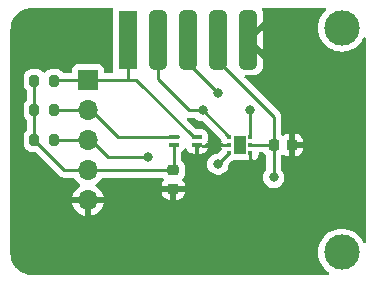
<source format=gbr>
%TF.GenerationSoftware,KiCad,Pcbnew,7.0.2*%
%TF.CreationDate,2023-08-24T13:24:29+02:00*%
%TF.ProjectId,LightSensor,4c696768-7453-4656-9e73-6f722e6b6963,rev?*%
%TF.SameCoordinates,Original*%
%TF.FileFunction,Copper,L1,Top*%
%TF.FilePolarity,Positive*%
%FSLAX46Y46*%
G04 Gerber Fmt 4.6, Leading zero omitted, Abs format (unit mm)*
G04 Created by KiCad (PCBNEW 7.0.2) date 2023-08-24 13:24:29*
%MOMM*%
%LPD*%
G01*
G04 APERTURE LIST*
G04 Aperture macros list*
%AMRoundRect*
0 Rectangle with rounded corners*
0 $1 Rounding radius*
0 $2 $3 $4 $5 $6 $7 $8 $9 X,Y pos of 4 corners*
0 Add a 4 corners polygon primitive as box body*
4,1,4,$2,$3,$4,$5,$6,$7,$8,$9,$2,$3,0*
0 Add four circle primitives for the rounded corners*
1,1,$1+$1,$2,$3*
1,1,$1+$1,$4,$5*
1,1,$1+$1,$6,$7*
1,1,$1+$1,$8,$9*
0 Add four rect primitives between the rounded corners*
20,1,$1+$1,$2,$3,$4,$5,0*
20,1,$1+$1,$4,$5,$6,$7,0*
20,1,$1+$1,$6,$7,$8,$9,0*
20,1,$1+$1,$8,$9,$2,$3,0*%
G04 Aperture macros list end*
%TA.AperFunction,SMDPad,CuDef*%
%ADD10RoundRect,0.381000X0.381000X-2.119000X0.381000X2.119000X-0.381000X2.119000X-0.381000X-2.119000X0*%
%TD*%
%TA.AperFunction,SMDPad,CuDef*%
%ADD11R,1.524000X5.000000*%
%TD*%
%TA.AperFunction,ComponentPad*%
%ADD12R,1.700000X1.700000*%
%TD*%
%TA.AperFunction,ComponentPad*%
%ADD13O,1.700000X1.700000*%
%TD*%
%TA.AperFunction,SMDPad,CuDef*%
%ADD14RoundRect,0.093750X-0.093750X-0.106250X0.093750X-0.106250X0.093750X0.106250X-0.093750X0.106250X0*%
%TD*%
%TA.AperFunction,SMDPad,CuDef*%
%ADD15R,1.000000X1.600000*%
%TD*%
%TA.AperFunction,SMDPad,CuDef*%
%ADD16RoundRect,0.200000X-0.200000X-0.275000X0.200000X-0.275000X0.200000X0.275000X-0.200000X0.275000X0*%
%TD*%
%TA.AperFunction,SMDPad,CuDef*%
%ADD17O,0.900000X0.392000*%
%TD*%
%TA.AperFunction,SMDPad,CuDef*%
%ADD18O,1.000000X0.392000*%
%TD*%
%TA.AperFunction,SMDPad,CuDef*%
%ADD19RoundRect,0.225000X0.225000X0.250000X-0.225000X0.250000X-0.225000X-0.250000X0.225000X-0.250000X0*%
%TD*%
%TA.AperFunction,SMDPad,CuDef*%
%ADD20RoundRect,0.225000X0.250000X-0.225000X0.250000X0.225000X-0.250000X0.225000X-0.250000X-0.225000X0*%
%TD*%
%TA.AperFunction,ViaPad*%
%ADD21C,0.800000*%
%TD*%
%TA.AperFunction,ViaPad*%
%ADD22C,3.000000*%
%TD*%
%TA.AperFunction,Conductor*%
%ADD23C,0.250000*%
%TD*%
G04 APERTURE END LIST*
D10*
%TO.P,J2,5,Pin_5*%
%TO.N,GND*%
X227080000Y-104600000D03*
%TO.P,J2,4,Pin_4*%
%TO.N,/+3.3V*%
X224540000Y-104600000D03*
%TO.P,J2,3,Pin_3*%
%TO.N,/ALERT*%
X222000000Y-104600000D03*
%TO.P,J2,2,Pin_2*%
%TO.N,/SCL*%
X219460000Y-104600000D03*
D11*
%TO.P,J2,1,Pin_1*%
%TO.N,/SDA*%
X216920000Y-104600000D03*
%TD*%
D12*
%TO.P,J1,1,Pin_1*%
%TO.N,/SDA*%
X213500000Y-108020000D03*
D13*
%TO.P,J1,2,Pin_2*%
%TO.N,/SCL*%
X213500000Y-110560000D03*
%TO.P,J1,3,Pin_3*%
%TO.N,/ALERT*%
X213500000Y-113100000D03*
%TO.P,J1,4,Pin_4*%
%TO.N,/+3.3V*%
X213500000Y-115640000D03*
%TO.P,J1,5,Pin_5*%
%TO.N,GND*%
X213500000Y-118180000D03*
%TD*%
D14*
%TO.P,U2,1,SCL*%
%TO.N,/SCL*%
X225491089Y-112857484D03*
%TO.P,U2,2,GND*%
%TO.N,GND*%
X225491089Y-113507484D03*
%TO.P,U2,3,ALERT*%
%TO.N,/ALERT*%
X225491089Y-114157484D03*
%TO.P,U2,4,ADD0*%
%TO.N,GND*%
X227266089Y-114157484D03*
%TO.P,U2,5,V+*%
%TO.N,/+3.3V*%
X227266089Y-113507484D03*
%TO.P,U2,6,SDA*%
%TO.N,/SDA*%
X227266089Y-112857484D03*
D15*
%TO.P,U2,7*%
%TO.N,N/C*%
X226378589Y-113507484D03*
%TD*%
D16*
%TO.P,R1,1*%
%TO.N,/+3.3V*%
X208975000Y-113100000D03*
%TO.P,R1,2*%
%TO.N,/ALERT*%
X210625000Y-113100000D03*
%TD*%
D17*
%TO.P,U1,1,GND*%
%TO.N,GND*%
X222754377Y-113549163D03*
%TO.P,U1,2,SDA*%
%TO.N,/SDA*%
X222754377Y-112849163D03*
D18*
%TO.P,U1,3,SCL*%
%TO.N,/SCL*%
X220813377Y-112849163D03*
D17*
%TO.P,U1,4,VDD*%
%TO.N,/+3.3V*%
X220763377Y-113549163D03*
%TD*%
D19*
%TO.P,C2,1*%
%TO.N,GND*%
X230790872Y-113508101D03*
%TO.P,C2,2*%
%TO.N,/+3.3V*%
X229240872Y-113508101D03*
%TD*%
D16*
%TO.P,R2,1*%
%TO.N,/+3.3V*%
X208975220Y-110567066D03*
%TO.P,R2,2*%
%TO.N,/SCL*%
X210625220Y-110567066D03*
%TD*%
D20*
%TO.P,C1,1*%
%TO.N,GND*%
X220731490Y-117215187D03*
%TO.P,C1,2*%
%TO.N,/+3.3V*%
X220731490Y-115665187D03*
%TD*%
D16*
%TO.P,R3,1*%
%TO.N,/+3.3V*%
X208975000Y-108072421D03*
%TO.P,R3,2*%
%TO.N,/SDA*%
X210625000Y-108072421D03*
%TD*%
D21*
%TO.N,/ALERT*%
X224500000Y-109100000D03*
D22*
%TO.N,*%
X235000000Y-122600000D03*
X235000000Y-103600000D03*
D21*
%TO.N,GND*%
X224250000Y-113500000D03*
X227266089Y-115466483D03*
%TO.N,/+3.3V*%
X229238530Y-116257066D03*
%TO.N,/SCL*%
X223213465Y-110586595D03*
%TO.N,/SDA*%
X227266089Y-110579689D03*
%TO.N,/ALERT*%
X218600000Y-114500000D03*
X224512669Y-115140087D03*
%TD*%
D23*
%TO.N,/ALERT*%
X222000000Y-106600000D02*
X222000000Y-104600000D01*
X224500000Y-109100000D02*
X222000000Y-106600000D01*
%TO.N,/SCL*%
X222086595Y-110586595D02*
X223213465Y-110586595D01*
X219460000Y-107960000D02*
X222086595Y-110586595D01*
X219460000Y-104600000D02*
X219460000Y-107960000D01*
%TO.N,/SDA*%
X217620000Y-108020000D02*
X216924892Y-108020000D01*
X222754377Y-112849163D02*
X222449163Y-112849163D01*
X222449163Y-112849163D02*
X217620000Y-108020000D01*
X216920000Y-106338000D02*
X216924892Y-106342892D01*
X216924892Y-106342892D02*
X216924892Y-108020000D01*
X216924892Y-108020000D02*
X213800000Y-108020000D01*
X216920000Y-104600000D02*
X216920000Y-106338000D01*
%TO.N,/+3.3V*%
X224540000Y-106440000D02*
X224540000Y-104600000D01*
X229240872Y-111140872D02*
X224540000Y-106440000D01*
X229240872Y-113508101D02*
X229240872Y-111140872D01*
%TO.N,GND*%
X227266089Y-115466483D02*
X227266089Y-114157484D01*
X225483605Y-113500000D02*
X225491089Y-113507484D01*
X224250000Y-113500000D02*
X225483605Y-113500000D01*
%TO.N,/+3.3V*%
X229240255Y-113507484D02*
X229240872Y-113508101D01*
X220763377Y-113549163D02*
X220763377Y-115622783D01*
X229238530Y-113510443D02*
X229240872Y-113508101D01*
X208975000Y-108040305D02*
X208975000Y-113100000D01*
X227266089Y-113507484D02*
X229240255Y-113507484D01*
X220746160Y-115640000D02*
X213800000Y-115640000D01*
X211515000Y-115640000D02*
X208975000Y-113100000D01*
X213800000Y-115640000D02*
X211515000Y-115640000D01*
X229238530Y-116257066D02*
X229238530Y-113510443D01*
%TO.N,/SCL*%
X225491089Y-112857484D02*
X225484354Y-112857484D01*
X220813377Y-112849163D02*
X216089163Y-112849163D01*
X225484354Y-112857484D02*
X223213465Y-110586595D01*
X210632286Y-110560000D02*
X213800000Y-110560000D01*
X210625220Y-110567066D02*
X210632286Y-110560000D01*
X216089163Y-112849163D02*
X213800000Y-110560000D01*
X221063572Y-112849163D02*
X218593783Y-112849163D01*
%TO.N,/SDA*%
X210625000Y-108072421D02*
X210637421Y-108060000D01*
X210645305Y-108020000D02*
X213800000Y-108020000D01*
X227266089Y-110579689D02*
X227266089Y-112857484D01*
X210625000Y-108040305D02*
X210645305Y-108020000D01*
%TO.N,/ALERT*%
X225491089Y-114161667D02*
X225491089Y-114157484D01*
X215200000Y-114500000D02*
X213800000Y-113100000D01*
X210625000Y-113100000D02*
X213800000Y-113100000D01*
X218600000Y-114500000D02*
X215200000Y-114500000D01*
X224512669Y-115140087D02*
X225491089Y-114161667D01*
%TD*%
%TA.AperFunction,Conductor*%
%TO.N,GND*%
G36*
X215602795Y-101920185D02*
G01*
X215648550Y-101972989D01*
X215659045Y-102037752D01*
X215657500Y-102052127D01*
X215657500Y-102055448D01*
X215657500Y-102055449D01*
X215657500Y-107144560D01*
X215657500Y-107144578D01*
X215657501Y-107147872D01*
X215657853Y-107151152D01*
X215657854Y-107151159D01*
X215663909Y-107207484D01*
X215671250Y-107227165D01*
X215676235Y-107296857D01*
X215642751Y-107358180D01*
X215581428Y-107391666D01*
X215555069Y-107394500D01*
X214974499Y-107394500D01*
X214907460Y-107374815D01*
X214861705Y-107322011D01*
X214850499Y-107270500D01*
X214850499Y-107125439D01*
X214850499Y-107125438D01*
X214850499Y-107122128D01*
X214844091Y-107062517D01*
X214793796Y-106927669D01*
X214707546Y-106812454D01*
X214592331Y-106726204D01*
X214457483Y-106675909D01*
X214397873Y-106669500D01*
X214394550Y-106669500D01*
X212605439Y-106669500D01*
X212605420Y-106669500D01*
X212602128Y-106669501D01*
X212598848Y-106669853D01*
X212598840Y-106669854D01*
X212542515Y-106675909D01*
X212407669Y-106726204D01*
X212292454Y-106812454D01*
X212206204Y-106927668D01*
X212155909Y-107062516D01*
X212151521Y-107103334D01*
X212149500Y-107122127D01*
X212149500Y-107125449D01*
X212149500Y-107270500D01*
X212129815Y-107337539D01*
X212077011Y-107383294D01*
X212025500Y-107394500D01*
X211464099Y-107394500D01*
X211397060Y-107374815D01*
X211376418Y-107358181D01*
X211260186Y-107241949D01*
X211172179Y-107188747D01*
X211114606Y-107153943D01*
X210952196Y-107103335D01*
X210952193Y-107103334D01*
X210884424Y-107097176D01*
X210884420Y-107097175D01*
X210881616Y-107096921D01*
X210368384Y-107096921D01*
X210365580Y-107097175D01*
X210365575Y-107097176D01*
X210297806Y-107103334D01*
X210237497Y-107122127D01*
X210135394Y-107153943D01*
X210135392Y-107153943D01*
X210135392Y-107153944D01*
X209989813Y-107241949D01*
X209887681Y-107344082D01*
X209826358Y-107377567D01*
X209756666Y-107372583D01*
X209712319Y-107344082D01*
X209610186Y-107241949D01*
X209522179Y-107188747D01*
X209464606Y-107153943D01*
X209302196Y-107103335D01*
X209302193Y-107103334D01*
X209234424Y-107097176D01*
X209234420Y-107097175D01*
X209231616Y-107096921D01*
X208718384Y-107096921D01*
X208715580Y-107097175D01*
X208715575Y-107097176D01*
X208647806Y-107103334D01*
X208587497Y-107122127D01*
X208485394Y-107153943D01*
X208485392Y-107153943D01*
X208485392Y-107153944D01*
X208339813Y-107241949D01*
X208219528Y-107362234D01*
X208156730Y-107466116D01*
X208131522Y-107507815D01*
X208119149Y-107547522D01*
X208080913Y-107670227D01*
X208074755Y-107737996D01*
X208074500Y-107740805D01*
X208074500Y-108404037D01*
X208074754Y-108406841D01*
X208074755Y-108406845D01*
X208080913Y-108474614D01*
X208080914Y-108474617D01*
X208131522Y-108637027D01*
X208219528Y-108782606D01*
X208313182Y-108876260D01*
X208346666Y-108937581D01*
X208349500Y-108963940D01*
X208349500Y-109675766D01*
X208329815Y-109742805D01*
X208313181Y-109763447D01*
X208219748Y-109856879D01*
X208131743Y-110002458D01*
X208081133Y-110164872D01*
X208074975Y-110232641D01*
X208074720Y-110235450D01*
X208074720Y-110898682D01*
X208074974Y-110901486D01*
X208074975Y-110901490D01*
X208081133Y-110969259D01*
X208081134Y-110969262D01*
X208131742Y-111131672D01*
X208150220Y-111162238D01*
X208209005Y-111259481D01*
X208219748Y-111277251D01*
X208313182Y-111370685D01*
X208346666Y-111432006D01*
X208349500Y-111458365D01*
X208349500Y-112208479D01*
X208329815Y-112275518D01*
X208313182Y-112296160D01*
X208219527Y-112389815D01*
X208131523Y-112535392D01*
X208080913Y-112697806D01*
X208074755Y-112765575D01*
X208074500Y-112768384D01*
X208074500Y-113431616D01*
X208074754Y-113434420D01*
X208074755Y-113434424D01*
X208080913Y-113502193D01*
X208080914Y-113502196D01*
X208131522Y-113664606D01*
X208140747Y-113679866D01*
X208219528Y-113810186D01*
X208339813Y-113930471D01*
X208339815Y-113930472D01*
X208485394Y-114018478D01*
X208647804Y-114069086D01*
X208718384Y-114075500D01*
X209014548Y-114075500D01*
X209081587Y-114095185D01*
X209102229Y-114111819D01*
X211014196Y-116023787D01*
X211027096Y-116039888D01*
X211078223Y-116087900D01*
X211081020Y-116090611D01*
X211100529Y-116110120D01*
X211103709Y-116112587D01*
X211112571Y-116120155D01*
X211144417Y-116150061D01*
X211144418Y-116150062D01*
X211161970Y-116159711D01*
X211178238Y-116170397D01*
X211194064Y-116182673D01*
X211234146Y-116200017D01*
X211244633Y-116205155D01*
X211282907Y-116226197D01*
X211291410Y-116228379D01*
X211302308Y-116231178D01*
X211320713Y-116237478D01*
X211339104Y-116245437D01*
X211382250Y-116252270D01*
X211393668Y-116254635D01*
X211435981Y-116265500D01*
X211456016Y-116265500D01*
X211475415Y-116267027D01*
X211495196Y-116270160D01*
X211538674Y-116266050D01*
X211550344Y-116265500D01*
X212224773Y-116265500D01*
X212291812Y-116285185D01*
X212326345Y-116318373D01*
X212461505Y-116511401D01*
X212628599Y-116678495D01*
X212814596Y-116808732D01*
X212858219Y-116863307D01*
X212865412Y-116932806D01*
X212833890Y-116995160D01*
X212814595Y-117011880D01*
X212628919Y-117141892D01*
X212461890Y-117308921D01*
X212326400Y-117502421D01*
X212226569Y-117716507D01*
X212169364Y-117929999D01*
X212169364Y-117930000D01*
X213066314Y-117930000D01*
X213040507Y-117970156D01*
X213000000Y-118108111D01*
X213000000Y-118251889D01*
X213040507Y-118389844D01*
X213066314Y-118430000D01*
X212169364Y-118430000D01*
X212226569Y-118643492D01*
X212326399Y-118857576D01*
X212461893Y-119051081D01*
X212628918Y-119218106D01*
X212822423Y-119353600D01*
X213036509Y-119453430D01*
X213250000Y-119510634D01*
X213250000Y-118615501D01*
X213357685Y-118664680D01*
X213464237Y-118680000D01*
X213535763Y-118680000D01*
X213642315Y-118664680D01*
X213749999Y-118615501D01*
X213749999Y-119510633D01*
X213963491Y-119453430D01*
X214177576Y-119353600D01*
X214371081Y-119218106D01*
X214538106Y-119051081D01*
X214673600Y-118857576D01*
X214773430Y-118643492D01*
X214830636Y-118430000D01*
X213933686Y-118430000D01*
X213959493Y-118389844D01*
X214000000Y-118251889D01*
X214000000Y-118108111D01*
X213959493Y-117970156D01*
X213933686Y-117930000D01*
X214830636Y-117930000D01*
X214830635Y-117929999D01*
X214773430Y-117716507D01*
X214673599Y-117502421D01*
X214647528Y-117465187D01*
X219756491Y-117465187D01*
X219756491Y-117485352D01*
X219756811Y-117491634D01*
X219766633Y-117587792D01*
X219819943Y-117748673D01*
X219908916Y-117892919D01*
X220028757Y-118012760D01*
X220173003Y-118101733D01*
X220333883Y-118155043D01*
X220430025Y-118164865D01*
X220436342Y-118165186D01*
X220481489Y-118165186D01*
X220481490Y-118165185D01*
X220481490Y-117465187D01*
X220981490Y-117465187D01*
X220981490Y-118165186D01*
X221026655Y-118165186D01*
X221032937Y-118164865D01*
X221129095Y-118155043D01*
X221289976Y-118101733D01*
X221434222Y-118012760D01*
X221554063Y-117892919D01*
X221643036Y-117748673D01*
X221696346Y-117587793D01*
X221706170Y-117491632D01*
X221706490Y-117485354D01*
X221706490Y-117465187D01*
X220981490Y-117465187D01*
X220481490Y-117465187D01*
X219756491Y-117465187D01*
X214647528Y-117465187D01*
X214538109Y-117308921D01*
X214371081Y-117141893D01*
X214185404Y-117011880D01*
X214141780Y-116957303D01*
X214134587Y-116887804D01*
X214166109Y-116825450D01*
X214185399Y-116808734D01*
X214371401Y-116678495D01*
X214538495Y-116511401D01*
X214673653Y-116318374D01*
X214728229Y-116274752D01*
X214775227Y-116265500D01*
X219791370Y-116265500D01*
X219858409Y-116285185D01*
X219896909Y-116324403D01*
X219908523Y-116343233D01*
X219918149Y-116352859D01*
X219951634Y-116414182D01*
X219946650Y-116483874D01*
X219918151Y-116528219D01*
X219908916Y-116537453D01*
X219819943Y-116681700D01*
X219766633Y-116842580D01*
X219756809Y-116938741D01*
X219756490Y-116945019D01*
X219756490Y-116965187D01*
X221706489Y-116965187D01*
X221706489Y-116945021D01*
X221706168Y-116938739D01*
X221696346Y-116842581D01*
X221643036Y-116681700D01*
X221554064Y-116537456D01*
X221544831Y-116528223D01*
X221511344Y-116466901D01*
X221516327Y-116397209D01*
X221544829Y-116352859D01*
X221554458Y-116343231D01*
X221643493Y-116198884D01*
X221696839Y-116037895D01*
X221706990Y-115938532D01*
X221706989Y-115391843D01*
X221696839Y-115292479D01*
X221643493Y-115131490D01*
X221643492Y-115131489D01*
X221643492Y-115131487D01*
X221554458Y-114987142D01*
X221425196Y-114857880D01*
X221391711Y-114796557D01*
X221388877Y-114770199D01*
X221388877Y-114204125D01*
X221408562Y-114137086D01*
X221442435Y-114102076D01*
X221482634Y-114074330D01*
X221594796Y-113947726D01*
X221649362Y-113843757D01*
X221697946Y-113793545D01*
X221765965Y-113777570D01*
X221831823Y-113800905D01*
X221868955Y-113843757D01*
X221923372Y-113947439D01*
X222035452Y-114073952D01*
X222174553Y-114169967D01*
X222332589Y-114229901D01*
X222454555Y-114244711D01*
X222462025Y-114245163D01*
X222558376Y-114245163D01*
X222558377Y-113669663D01*
X222578062Y-113602624D01*
X222630866Y-113556869D01*
X222682377Y-113545663D01*
X222850515Y-113545663D01*
X222917554Y-113565348D01*
X222963309Y-113618152D01*
X222973253Y-113687310D01*
X222950377Y-113737401D01*
X222950377Y-114245163D01*
X223046729Y-114245163D01*
X223054198Y-114244711D01*
X223176164Y-114229901D01*
X223334200Y-114169967D01*
X223473301Y-114073952D01*
X223585379Y-113947442D01*
X223663928Y-113797779D01*
X223676897Y-113745163D01*
X223286624Y-113745163D01*
X223219585Y-113725478D01*
X223173830Y-113672674D01*
X223163886Y-113603516D01*
X223192911Y-113539960D01*
X223242653Y-113505221D01*
X223334434Y-113470413D01*
X223472500Y-113375113D01*
X223538854Y-113353230D01*
X223542940Y-113353163D01*
X223676897Y-113353163D01*
X223663928Y-113300544D01*
X223641245Y-113257325D01*
X223627521Y-113188817D01*
X223641246Y-113142074D01*
X223657370Y-113111352D01*
X223664399Y-113097959D01*
X223704877Y-112933733D01*
X223704877Y-112764593D01*
X223694689Y-112723259D01*
X223664399Y-112600366D01*
X223602349Y-112482140D01*
X223585796Y-112450600D01*
X223473634Y-112323996D01*
X223394724Y-112269528D01*
X223334434Y-112227912D01*
X223176285Y-112167935D01*
X223054230Y-112153114D01*
X223054218Y-112153113D01*
X223050510Y-112152663D01*
X223046761Y-112152663D01*
X222688615Y-112152663D01*
X222621576Y-112132978D01*
X222600934Y-112116344D01*
X221908366Y-111423776D01*
X221874881Y-111362453D01*
X221879865Y-111292761D01*
X221921737Y-111236828D01*
X221987201Y-111212411D01*
X221996047Y-111212095D01*
X222007576Y-111212095D01*
X222027611Y-111212095D01*
X222047010Y-111213622D01*
X222066791Y-111216755D01*
X222110269Y-111212645D01*
X222121939Y-111212095D01*
X222509718Y-111212095D01*
X222576757Y-111231780D01*
X222601865Y-111253121D01*
X222607594Y-111259483D01*
X222760735Y-111370746D01*
X222760736Y-111370746D01*
X222760737Y-111370747D01*
X222933662Y-111447739D01*
X223118817Y-111487095D01*
X223118819Y-111487095D01*
X223178013Y-111487095D01*
X223245052Y-111506780D01*
X223265694Y-111523414D01*
X224782137Y-113039858D01*
X224815622Y-113101181D01*
X224817395Y-113111352D01*
X224818384Y-113118864D01*
X224825352Y-113135687D01*
X224832819Y-113205157D01*
X224825353Y-113230587D01*
X224818872Y-113246234D01*
X224809163Y-113319983D01*
X224809164Y-113319984D01*
X224860513Y-113319984D01*
X224927552Y-113339669D01*
X224958888Y-113368497D01*
X224973513Y-113387556D01*
X224973515Y-113387558D01*
X224988176Y-113398808D01*
X225001600Y-113409109D01*
X225042802Y-113465537D01*
X225046956Y-113535283D01*
X225012743Y-113596203D01*
X225001600Y-113605859D01*
X224973513Y-113627411D01*
X224958888Y-113646471D01*
X224902460Y-113687673D01*
X224860513Y-113694984D01*
X224809163Y-113694984D01*
X224818872Y-113768734D01*
X224825352Y-113784379D01*
X224832819Y-113853848D01*
X224825352Y-113879278D01*
X224818384Y-113896100D01*
X224815739Y-113916190D01*
X224787470Y-113980086D01*
X224780482Y-113987682D01*
X224564895Y-114203269D01*
X224503575Y-114236753D01*
X224477216Y-114239587D01*
X224418021Y-114239587D01*
X224232866Y-114278942D01*
X224059938Y-114355935D01*
X223906798Y-114467197D01*
X223780135Y-114607870D01*
X223685489Y-114771802D01*
X223626995Y-114951829D01*
X223607209Y-115140087D01*
X223626995Y-115328344D01*
X223685489Y-115508371D01*
X223780135Y-115672303D01*
X223906798Y-115812976D01*
X224059938Y-115924238D01*
X224232866Y-116001231D01*
X224418021Y-116040587D01*
X224418023Y-116040587D01*
X224607317Y-116040587D01*
X224730752Y-116014349D01*
X224792472Y-116001231D01*
X224965399Y-115924238D01*
X225118540Y-115812975D01*
X225245202Y-115672303D01*
X225339848Y-115508371D01*
X225398343Y-115328343D01*
X225415990Y-115160431D01*
X225442573Y-115095821D01*
X225451620Y-115085725D01*
X225658025Y-114879320D01*
X225719346Y-114845837D01*
X225729509Y-114844065D01*
X225739969Y-114842689D01*
X225800966Y-114817422D01*
X225848414Y-114807983D01*
X226910064Y-114807983D01*
X226957517Y-114817422D01*
X227017340Y-114842202D01*
X227078587Y-114850264D01*
X227078589Y-114850263D01*
X227078589Y-114845038D01*
X227098274Y-114777999D01*
X227128275Y-114745773D01*
X227236135Y-114665030D01*
X227236135Y-114665029D01*
X227250407Y-114654346D01*
X227252044Y-114656533D01*
X227286255Y-114630925D01*
X227355946Y-114625940D01*
X227417270Y-114659424D01*
X227450755Y-114720747D01*
X227453589Y-114747106D01*
X227453589Y-114850263D01*
X227453590Y-114850264D01*
X227514837Y-114842202D01*
X227659274Y-114782373D01*
X227783305Y-114687200D01*
X227878478Y-114563169D01*
X227938305Y-114418733D01*
X227953059Y-114306667D01*
X227953589Y-114298592D01*
X227953589Y-114256984D01*
X227973274Y-114189945D01*
X228026078Y-114144190D01*
X228077589Y-114132984D01*
X228325487Y-114132984D01*
X228392526Y-114152669D01*
X228431024Y-114191885D01*
X228442904Y-114211145D01*
X228510701Y-114278942D01*
X228573077Y-114341318D01*
X228570494Y-114343900D01*
X228600850Y-114377648D01*
X228613030Y-114431241D01*
X228613030Y-115558378D01*
X228593345Y-115625417D01*
X228581180Y-115641350D01*
X228505996Y-115724849D01*
X228411350Y-115888781D01*
X228352856Y-116068808D01*
X228333070Y-116257066D01*
X228352856Y-116445323D01*
X228411350Y-116625350D01*
X228505996Y-116789282D01*
X228632659Y-116929955D01*
X228785799Y-117041217D01*
X228958727Y-117118210D01*
X229143882Y-117157566D01*
X229143884Y-117157566D01*
X229333178Y-117157566D01*
X229456613Y-117131328D01*
X229518333Y-117118210D01*
X229691260Y-117041217D01*
X229731639Y-117011880D01*
X229844400Y-116929955D01*
X229971063Y-116789282D01*
X230065709Y-116625350D01*
X230089480Y-116552190D01*
X230124204Y-116445322D01*
X230143990Y-116257066D01*
X230124204Y-116068810D01*
X230080851Y-115935383D01*
X230065709Y-115888781D01*
X229971063Y-115724849D01*
X229895880Y-115641350D01*
X229865650Y-115578359D01*
X229864030Y-115558378D01*
X229864030Y-114434130D01*
X229883715Y-114367091D01*
X229909310Y-114341964D01*
X229908666Y-114341320D01*
X229928542Y-114321443D01*
X229989864Y-114287956D01*
X230059556Y-114292939D01*
X230103906Y-114321441D01*
X230113139Y-114330674D01*
X230257385Y-114419647D01*
X230418265Y-114472957D01*
X230514408Y-114482779D01*
X230520723Y-114483100D01*
X230540872Y-114483100D01*
X230540872Y-113758101D01*
X231040872Y-113758101D01*
X231040872Y-114483100D01*
X231061037Y-114483100D01*
X231067319Y-114482779D01*
X231163477Y-114472957D01*
X231324358Y-114419647D01*
X231468604Y-114330674D01*
X231588445Y-114210833D01*
X231677418Y-114066587D01*
X231730728Y-113905707D01*
X231740552Y-113809546D01*
X231740872Y-113803268D01*
X231740872Y-113758101D01*
X231040872Y-113758101D01*
X230540872Y-113758101D01*
X230540872Y-112533101D01*
X231040872Y-112533101D01*
X231040872Y-113258101D01*
X231740871Y-113258101D01*
X231740871Y-113212935D01*
X231740550Y-113206653D01*
X231730728Y-113110495D01*
X231677418Y-112949614D01*
X231588445Y-112805368D01*
X231468604Y-112685527D01*
X231324358Y-112596554D01*
X231163478Y-112543244D01*
X231067317Y-112533420D01*
X231061040Y-112533101D01*
X231040872Y-112533101D01*
X230540872Y-112533101D01*
X230520708Y-112533101D01*
X230514422Y-112533422D01*
X230418266Y-112543244D01*
X230257385Y-112596554D01*
X230113139Y-112685527D01*
X230103901Y-112694765D01*
X230042576Y-112728247D01*
X229972884Y-112723259D01*
X229928543Y-112694760D01*
X229908668Y-112674885D01*
X229910700Y-112672852D01*
X229878548Y-112637103D01*
X229866372Y-112583517D01*
X229866372Y-111223615D01*
X229868636Y-111203109D01*
X229868531Y-111199778D01*
X229866431Y-111132996D01*
X229866371Y-111129098D01*
X229866372Y-111101522D01*
X229865870Y-111097549D01*
X229864952Y-111085890D01*
X229864225Y-111062758D01*
X229863581Y-111042245D01*
X229857992Y-111023012D01*
X229854046Y-111003954D01*
X229851536Y-110984078D01*
X229835460Y-110943476D01*
X229831676Y-110932425D01*
X229820818Y-110895053D01*
X229819490Y-110890482D01*
X229809286Y-110873227D01*
X229800733Y-110855767D01*
X229793358Y-110837141D01*
X229793358Y-110837140D01*
X229767680Y-110801797D01*
X229761273Y-110792043D01*
X229747022Y-110767946D01*
X229739042Y-110754452D01*
X229724878Y-110740288D01*
X229712239Y-110725489D01*
X229700467Y-110709285D01*
X229666813Y-110681445D01*
X229658171Y-110673581D01*
X226796270Y-107811680D01*
X226762785Y-107750357D01*
X226767769Y-107680665D01*
X226809641Y-107624732D01*
X226875105Y-107600315D01*
X226883951Y-107599999D01*
X227535507Y-107599999D01*
X227539703Y-107599856D01*
X227580633Y-107597082D01*
X227766602Y-107550834D01*
X227938277Y-107465691D01*
X228087634Y-107345634D01*
X228207691Y-107196277D01*
X228292834Y-107024602D01*
X228339082Y-106838635D01*
X228341858Y-106797699D01*
X228341999Y-106793509D01*
X228341999Y-106215552D01*
X228341998Y-106215551D01*
X226814128Y-104687680D01*
X226780643Y-104626357D01*
X226782528Y-104599999D01*
X227433552Y-104599999D01*
X228341998Y-105508446D01*
X228341999Y-105508445D01*
X228341999Y-103691553D01*
X228341998Y-103691552D01*
X227433552Y-104599999D01*
X226782528Y-104599999D01*
X226785627Y-104556665D01*
X226814128Y-104512318D01*
X227080000Y-104246447D01*
X228341998Y-102984447D01*
X228341999Y-102984446D01*
X228341999Y-102406493D01*
X228341856Y-102402296D01*
X228339082Y-102361366D01*
X228292834Y-102175397D01*
X228245320Y-102079595D01*
X228233168Y-102010790D01*
X228260144Y-101946338D01*
X228317683Y-101906702D01*
X228356408Y-101900500D01*
X233571004Y-101900500D01*
X233638043Y-101920185D01*
X233683798Y-101972989D01*
X233693742Y-102042147D01*
X233664717Y-102105703D01*
X233658685Y-102112181D01*
X233484263Y-102286602D01*
X233312772Y-102515686D01*
X233175634Y-102766836D01*
X233075629Y-103034958D01*
X233014804Y-103314570D01*
X232994389Y-103600000D01*
X233014804Y-103885429D01*
X233075629Y-104165041D01*
X233175634Y-104433163D01*
X233312772Y-104684313D01*
X233315293Y-104687680D01*
X233484261Y-104913395D01*
X233686605Y-105115739D01*
X233858415Y-105244354D01*
X233915686Y-105287227D01*
X234055435Y-105363535D01*
X234166839Y-105424367D01*
X234434954Y-105524369D01*
X234434957Y-105524369D01*
X234434958Y-105524370D01*
X234487217Y-105535738D01*
X234714572Y-105585196D01*
X235000000Y-105605610D01*
X235285428Y-105585196D01*
X235565046Y-105524369D01*
X235833161Y-105424367D01*
X236084315Y-105287226D01*
X236313395Y-105115739D01*
X236515739Y-104913395D01*
X236687226Y-104684315D01*
X236816669Y-104447257D01*
X236866073Y-104397854D01*
X236934346Y-104383002D01*
X236999810Y-104407419D01*
X237041682Y-104463352D01*
X237049500Y-104506686D01*
X237049500Y-121693313D01*
X237029815Y-121760352D01*
X236977011Y-121806107D01*
X236907853Y-121816051D01*
X236844297Y-121787026D01*
X236816668Y-121752740D01*
X236784218Y-121693313D01*
X236687226Y-121515685D01*
X236515739Y-121286605D01*
X236313395Y-121084261D01*
X236198854Y-120998517D01*
X236084313Y-120912772D01*
X235833163Y-120775634D01*
X235833162Y-120775633D01*
X235833161Y-120775633D01*
X235565046Y-120675631D01*
X235565041Y-120675629D01*
X235285429Y-120614804D01*
X235000000Y-120594389D01*
X234714570Y-120614804D01*
X234434958Y-120675629D01*
X234166836Y-120775634D01*
X233915686Y-120912772D01*
X233686602Y-121084263D01*
X233484263Y-121286602D01*
X233312772Y-121515686D01*
X233175634Y-121766836D01*
X233075629Y-122034958D01*
X233014804Y-122314570D01*
X232994389Y-122600000D01*
X233014804Y-122885429D01*
X233075629Y-123165041D01*
X233175634Y-123433163D01*
X233312772Y-123684313D01*
X233390922Y-123788708D01*
X233484261Y-123913395D01*
X233686605Y-124115739D01*
X233871163Y-124253897D01*
X233901000Y-124276233D01*
X233942871Y-124332167D01*
X233947855Y-124401858D01*
X233914370Y-124463181D01*
X233853047Y-124496666D01*
X233826689Y-124499500D01*
X208754067Y-124499500D01*
X208745957Y-124499235D01*
X208523221Y-124484636D01*
X208507140Y-124482518D01*
X208292228Y-124439769D01*
X208276561Y-124435571D01*
X208069057Y-124365133D01*
X208054071Y-124358926D01*
X207857539Y-124262007D01*
X207843492Y-124253897D01*
X207661291Y-124132154D01*
X207648423Y-124122280D01*
X207640964Y-124115739D01*
X207483671Y-123977797D01*
X207472202Y-123966328D01*
X207419730Y-123906495D01*
X207327716Y-123801573D01*
X207317845Y-123788708D01*
X207248090Y-123684313D01*
X207196102Y-123606507D01*
X207187992Y-123592460D01*
X207185196Y-123586791D01*
X207091070Y-123395921D01*
X207084866Y-123380942D01*
X207014428Y-123173438D01*
X207010230Y-123157771D01*
X206998217Y-123097376D01*
X206967479Y-122942848D01*
X206965364Y-122926790D01*
X206950765Y-122704043D01*
X206950500Y-122695933D01*
X206950500Y-103704066D01*
X206950765Y-103695956D01*
X206959224Y-103566894D01*
X206965364Y-103473207D01*
X206967479Y-103457153D01*
X207010230Y-103242226D01*
X207014428Y-103226561D01*
X207076349Y-103044148D01*
X207084868Y-103019049D01*
X207091067Y-103004083D01*
X207187995Y-102807533D01*
X207196098Y-102793498D01*
X207317853Y-102611279D01*
X207327710Y-102598433D01*
X207472207Y-102433665D01*
X207483665Y-102422207D01*
X207648433Y-102277710D01*
X207661279Y-102267853D01*
X207843498Y-102146098D01*
X207857533Y-102137995D01*
X208054083Y-102041067D01*
X208069049Y-102034868D01*
X208275945Y-101964637D01*
X208276561Y-101964428D01*
X208292228Y-101960230D01*
X208507153Y-101917479D01*
X208523209Y-101915364D01*
X208728058Y-101901938D01*
X208745958Y-101900765D01*
X208754067Y-101900500D01*
X208789882Y-101900500D01*
X215535756Y-101900500D01*
X215602795Y-101920185D01*
G37*
%TD.AperFunction*%
%TD*%
M02*

</source>
